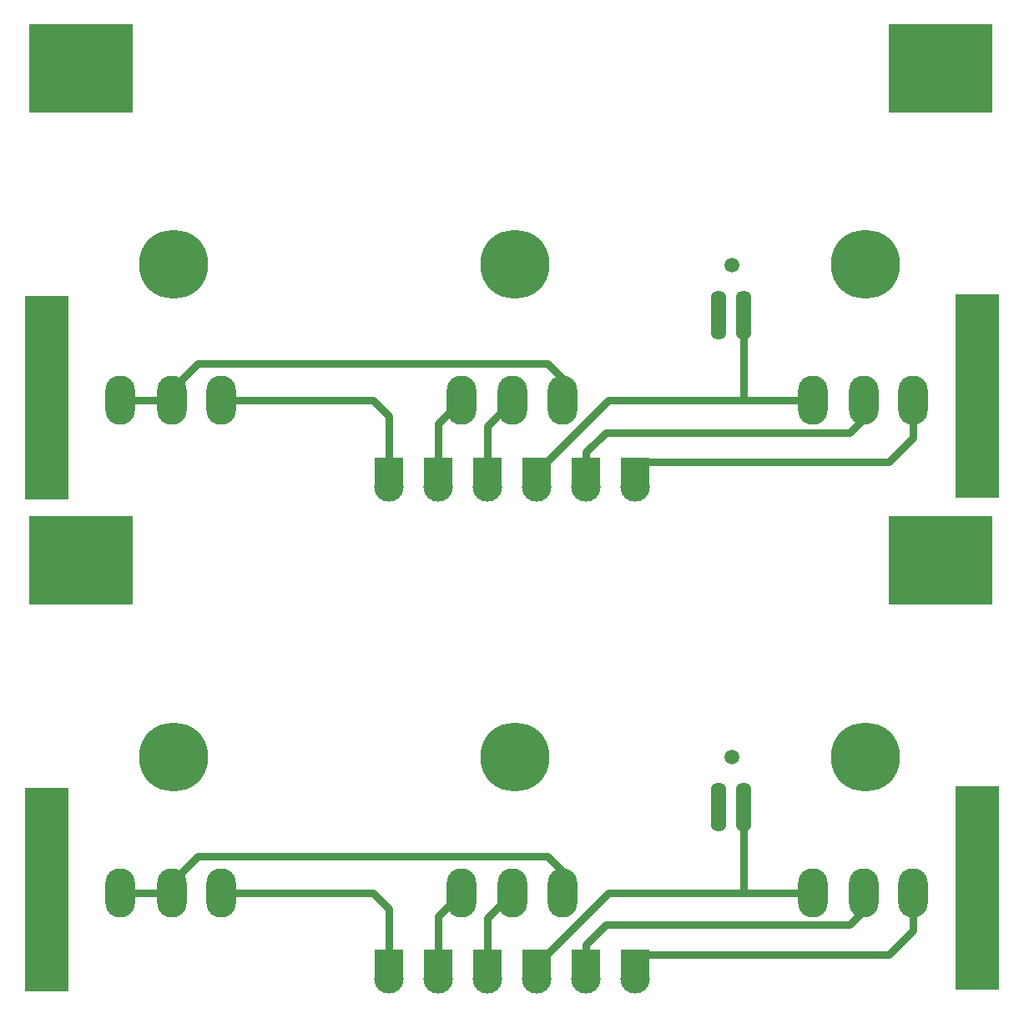
<source format=gbl>
G04*
G04 #@! TF.GenerationSoftware,Altium Limited,Altium Designer,21.0.8 (223)*
G04*
G04 Layer_Physical_Order=2*
G04 Layer_Color=16711680*
%FSLAX25Y25*%
%MOIN*%
G70*
G04*
G04 #@! TF.SameCoordinates,1038851D-6751-456F-ADCF-613883C18876*
G04*
G04*
G04 #@! TF.FilePolarity,Positive*
G04*
G01*
G75*
%ADD10C,0.27559*%
%ADD11C,0.05906*%
%ADD12C,0.05000*%
%ADD13O,0.11811X0.19685*%
%ADD14R,0.11811X0.11811*%
%ADD15C,0.11811*%
%ADD16O,0.06299X0.19685*%
%ADD17C,0.03150*%
%ADD18R,0.41339X0.35433*%
%ADD19R,0.17717X0.81496*%
%ADD20R,0.41339X0.35433*%
%ADD21R,0.41339X0.35433*%
%ADD22R,0.41339X0.35433*%
D10*
X169268Y204224D02*
D03*
X305488Y204224D02*
D03*
X445646Y204224D02*
D03*
X169268Y401075D02*
D03*
X305488Y401075D02*
D03*
X445646Y401075D02*
D03*
D11*
X392299Y204028D02*
D03*
Y400878D02*
D03*
D12*
X117890Y136705D02*
D03*
Y146547D02*
D03*
Y156390D02*
D03*
Y166232D02*
D03*
Y126862D02*
D03*
Y175681D02*
D03*
X490528Y137295D02*
D03*
Y147138D02*
D03*
Y156980D02*
D03*
Y166823D02*
D03*
Y127453D02*
D03*
Y176272D02*
D03*
X117890Y333555D02*
D03*
Y343398D02*
D03*
Y353240D02*
D03*
Y363083D02*
D03*
Y323713D02*
D03*
Y372532D02*
D03*
X490528Y334146D02*
D03*
Y343988D02*
D03*
Y353831D02*
D03*
Y363673D02*
D03*
Y324303D02*
D03*
Y373122D02*
D03*
D13*
X148008Y149894D02*
D03*
X168480D02*
D03*
X188165D02*
D03*
X284228Y149894D02*
D03*
X304701D02*
D03*
X324386D02*
D03*
X464543Y149894D02*
D03*
X444858D02*
D03*
X424386D02*
D03*
X148008Y346744D02*
D03*
X168480D02*
D03*
X188165D02*
D03*
X284228Y346744D02*
D03*
X304701D02*
D03*
X324386D02*
D03*
X464543Y346744D02*
D03*
X444858D02*
D03*
X424386D02*
D03*
D14*
X294508Y121280D02*
D03*
X255138Y121280D02*
D03*
X314193D02*
D03*
X353563D02*
D03*
X274823D02*
D03*
X333878Y121280D02*
D03*
X294508Y318130D02*
D03*
X255138Y318130D02*
D03*
X314193D02*
D03*
X353563D02*
D03*
X274823D02*
D03*
X333878Y318130D02*
D03*
D15*
X294508Y115374D02*
D03*
X255138Y115374D02*
D03*
X314193D02*
D03*
X353563Y115374D02*
D03*
X274823Y115374D02*
D03*
X333878Y115374D02*
D03*
X294508Y312224D02*
D03*
X255138Y312224D02*
D03*
X314193D02*
D03*
X353563Y312224D02*
D03*
X274823Y312224D02*
D03*
X333878Y312224D02*
D03*
D16*
X396870Y184075D02*
D03*
X387028D02*
D03*
X396870Y380925D02*
D03*
X387028D02*
D03*
D17*
X148008Y149894D02*
X168480D01*
X324386Y149894D02*
Y158555D01*
X178717Y164461D02*
X318480D01*
X324386Y158555D01*
X168480Y154224D02*
X178717Y164461D01*
X168480Y149894D02*
Y154224D01*
X188165Y149894D02*
X248795D01*
X255138Y126354D02*
X256669Y124823D01*
X255138Y126354D02*
Y143551D01*
X248795Y149894D02*
X255138Y143551D01*
X464543Y134933D02*
Y149894D01*
X254591Y115374D02*
X254591Y119831D01*
X315724Y122811D02*
X342807Y149894D01*
X444858Y142693D02*
Y149894D01*
X333878Y129154D02*
X341752Y137028D01*
X439193D01*
X444858Y142693D01*
X333878Y121898D02*
Y129154D01*
X358594Y125216D02*
X454827D01*
X464543Y134933D01*
X274276Y115374D02*
Y119831D01*
X313646Y117386D02*
Y119831D01*
X274823Y126354D02*
X276354Y124823D01*
X274823Y126354D02*
Y140488D01*
X284228Y149894D01*
X294508Y126354D02*
X296039Y124823D01*
X294508Y126354D02*
Y139701D01*
X304701Y149894D01*
X296039Y120366D02*
Y124823D01*
X396870Y149894D02*
Y184075D01*
X342807Y149894D02*
X396870D01*
X424386D01*
X148008Y346744D02*
X168480D01*
X324386Y346744D02*
Y355405D01*
X178717Y361311D02*
X318480D01*
X324386Y355405D01*
X168480Y351075D02*
X178717Y361311D01*
X168480Y346744D02*
Y351075D01*
X188165Y346744D02*
X248795D01*
X255138Y323205D02*
X256669Y321673D01*
X255138Y323205D02*
Y340402D01*
X248795Y346744D02*
X255138Y340402D01*
X464543Y331784D02*
Y346744D01*
X254591Y312224D02*
X254591Y316681D01*
X315724Y319661D02*
X342807Y346744D01*
X444858Y339543D02*
Y346744D01*
X333878Y326004D02*
X341752Y333878D01*
X439193D01*
X444858Y339543D01*
X333878Y318748D02*
Y326004D01*
X358594Y322067D02*
X454827D01*
X464543Y331784D01*
X274276Y312224D02*
Y316681D01*
X313646Y314236D02*
Y316681D01*
X274823Y323205D02*
X276354Y321673D01*
X274823Y323205D02*
Y337339D01*
X284228Y346744D01*
X294508Y323205D02*
X296039Y321673D01*
X294508Y323205D02*
Y336551D01*
X304701Y346744D01*
X296039Y317216D02*
Y321673D01*
X396870Y346744D02*
Y380925D01*
X342807Y346744D02*
X396870D01*
X424386D01*
D18*
X475610Y282697D02*
D03*
D19*
X118480Y151075D02*
D03*
X490331Y151665D02*
D03*
X118480Y347925D02*
D03*
X490331Y348516D02*
D03*
D20*
X132106Y282697D02*
D03*
D21*
X475610Y479547D02*
D03*
D22*
X132106D02*
D03*
M02*

</source>
